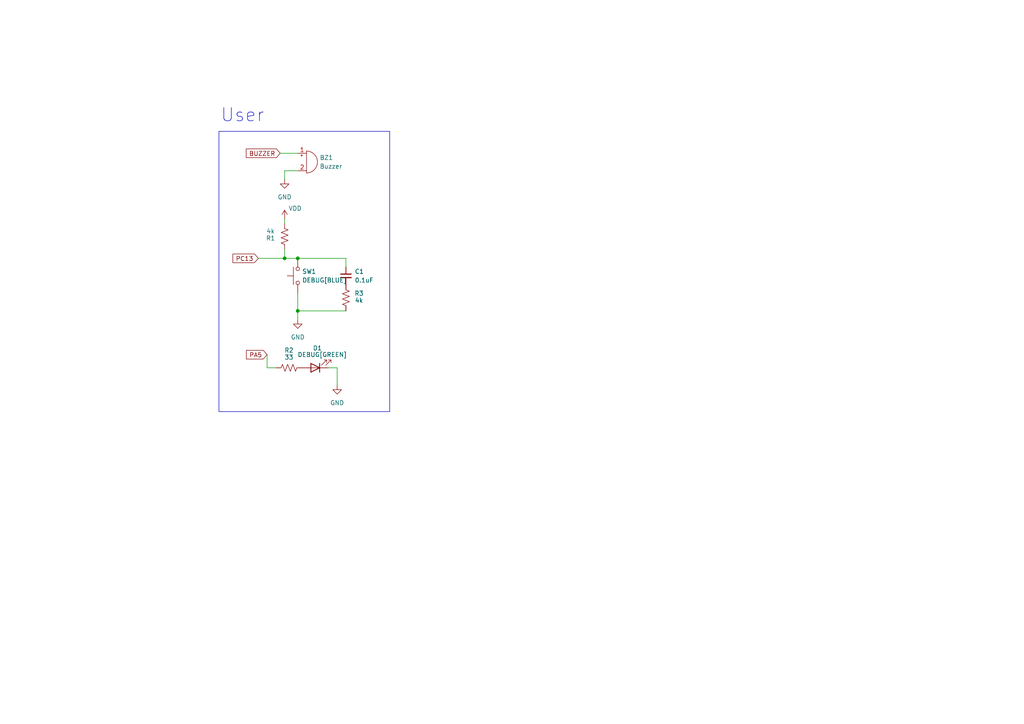
<source format=kicad_sch>
(kicad_sch (version 20231120) (generator "eeschema") (generator_version "8.0")
  (paper "A4")
  (lib_symbols
    (symbol "Device:Buzzer" (pin_names (offset 0.0254) hide)
      (property "Reference" "BZ" (at 3.81 1.27 0))
      (property "Value" "Buzzer" (at 3.81 -1.27 0))
      (symbol "Buzzer_0_1"
        (arc (start 0 -3.175) (mid 3.1612 0) (end 0 3.175))
        (polyline (pts (xy -1.651 1.905) (xy -1.143 1.905)))
        (polyline (pts (xy -1.397 2.159) (xy -1.397 1.651)))
        (polyline (pts (xy 0 3.175) (xy 0 -3.175)))
      )
      (symbol "Buzzer_1_1"
        (pin passive line (at -2.54 2.54 0) (length 2.54) (name "+") (number "1"))
        (pin passive line (at -2.54 -2.54 0) (length 2.54) (name "-") (number "2"))
      )
    )
    (symbol "Device:C_Small" (pin_numbers hide) (pin_names (offset 0.254) hide)
      (property "Reference" "C" (at 0.254 1.778 0))
      (property "Value" "C_Small" (at 0.254 -2.032 0))
      (symbol "C_Small_0_1"
        (polyline (pts (xy -1.524 -0.508) (xy 1.524 -0.508)) (stroke (width 0.3302)))
        (polyline (pts (xy -1.524 0.508) (xy 1.524 0.508)) (stroke (width 0.3048)))
      )
      (symbol "C_Small_1_1"
        (pin passive line (at 0 2.54 270) (length 2.032) (name "~") (number "1"))
        (pin passive line (at 0 -2.54 90) (length 2.032) (name "~") (number "2"))
      )
    )
    (symbol "Device:LED" (pin_numbers hide) (pin_names (offset 1.016) hide)
      (property "Reference" "D" (at 0 2.54 0))
      (property "Value" "LED" (at 0 -2.54 0))
      (symbol "LED_0_1"
        (polyline (pts (xy -1.27 -1.27) (xy -1.27 1.27)) (stroke (width 0.254)))
        (polyline (pts (xy -1.27 0) (xy 1.27 0)))
        (polyline (pts (xy 1.27 -1.27) (xy 1.27 1.27) (xy -1.27 0) (xy 1.27 -1.27)) (stroke (width 0.254)))
        (polyline (pts (xy -3.048 -0.762) (xy -4.572 -2.286) (xy -3.81 -2.286) (xy -4.572 -2.286) (xy -4.572 -1.524)))
        (polyline (pts (xy -1.778 -0.762) (xy -3.302 -2.286) (xy -2.54 -2.286) (xy -3.302 -2.286) (xy -3.302 -1.524)))
      )
      (symbol "LED_1_1"
        (pin passive line (at -3.81 0 0) (length 2.54) (name "K") (number "1"))
        (pin passive line (at 3.81 0 180) (length 2.54) (name "A") (number "2"))
      )
    )
    (symbol "Device:R_US" (pin_numbers hide) (pin_names (offset 0))
      (property "Reference" "R" (at 2.54 0 90))
      (property "Value" "R_US" (at -2.54 0 90))
      (symbol "R_US_0_1"
        (polyline (pts (xy 0 -2.286) (xy 0 -2.54)))
        (polyline (pts (xy 0 2.286) (xy 0 2.54)))
        (polyline (pts (xy 0 -0.762) (xy 1.016 -1.143) (xy 0 -1.524) (xy -1.016 -1.905) (xy 0 -2.286)))
        (polyline (pts (xy 0 0.762) (xy 1.016 0.381) (xy 0 0) (xy -1.016 -0.381) (xy 0 -0.762)))
        (polyline (pts (xy 0 2.286) (xy 1.016 1.905) (xy 0 1.524) (xy -1.016 1.143) (xy 0 0.762)))
      )
      (symbol "R_US_1_1"
        (pin passive line (at 0 3.81 270) (length 1.27) (name "~") (number "1"))
        (pin passive line (at 0 -3.81 90) (length 1.27) (name "~") (number "2"))
      )
    )
    (symbol "Switch:SW_Push" (pin_numbers hide) (pin_names (offset 1.016) hide)
      (property "Reference" "SW" (at 1.27 2.54 0))
      (property "Value" "SW_Push" (at 0 -1.524 0))
      (symbol "SW_Push_0_1"
        (circle (center -2.032 0) (radius 0.508))
        (polyline (pts (xy 0 1.27) (xy 0 3.048)))
        (polyline (pts (xy 2.54 1.27) (xy -2.54 1.27)))
        (circle (center 2.032 0) (radius 0.508))
        (pin passive line (at -5.08 0 0) (length 2.54) (name "1") (number "1"))
        (pin passive line (at 5.08 0 180) (length 2.54) (name "2") (number "2"))
      )
    )
    (symbol "power:GND" (power) (pin_numbers hide) (pin_names (offset 0) hide)
      (property "Value" "GND" (at 0 -3.81 0))
      (symbol "GND_0_1"
        (polyline (pts (xy 0 0) (xy 0 -1.27) (xy 1.27 -1.27) (xy 0 -2.54) (xy -1.27 -1.27) (xy 0 -1.27)))
      )
      (symbol "GND_1_1"
        (pin power_in line (at 0 0 270) (length 0) (name "~") (number "1"))
      )
    )
    (symbol "power:VDD" (power) (pin_numbers hide) (pin_names (offset 0) hide)
      (property "Value" "VDD" (at 0 3.556 0))
      (symbol "VDD_0_1"
        (polyline (pts (xy -0.762 1.27) (xy 0 2.54)))
        (polyline (pts (xy 0 0) (xy 0 2.54)))
        (polyline (pts (xy 0 2.54) (xy 0.762 1.27)))
      )
      (symbol "VDD_1_1"
        (pin power_in line (at 0 0 90) (length 0) (name "~") (number "1"))
      )
    )
  )
  (junction (at 82.55 74.93))
  (junction (at 86.36 74.93))
  (junction (at 86.36 90.17))
  (wire (pts (xy 82.55 72.39) (xy 82.55 74.93)))
  (wire (pts (xy 82.55 63.5) (xy 82.55 64.77)))
  (wire (pts (xy 97.79 106.68) (xy 97.79 111.76)))
  (wire (pts (xy 82.55 49.53) (xy 86.36 49.53)))
  (wire (pts (xy 77.47 102.87) (xy 77.47 106.68)))
  (wire (pts (xy 80.01 106.68) (xy 77.47 106.68)))
  (wire (pts (xy 100.33 74.93) (xy 100.33 77.47)))
  (wire (pts (xy 86.36 90.17) (xy 86.36 92.71)))
  (wire (pts (xy 86.36 90.17) (xy 100.33 90.17)))
  (wire (pts (xy 82.55 52.07) (xy 82.55 49.53)))
  (wire (pts (xy 74.93 74.93) (xy 82.55 74.93)))
  (wire (pts (xy 95.25 106.68) (xy 97.79 106.68)))
  (wire (pts (xy 86.36 90.17) (xy 86.36 85.09)))
  (wire (pts (xy 86.36 74.93) (xy 100.33 74.93)))
  (wire (pts (xy 82.55 74.93) (xy 86.36 74.93)))
  (wire (pts (xy 81.28 44.45) (xy 86.36 44.45)))
  (rectangle (start 63.5 38.1) (end 113.03 119.38))
  (text "User" (at 70.358 33.528 0) (effects (font (size 3.81 3.81))))
  (global_label "PC13" (shape input) (at 74.93 74.93 180) (property "Intersheetrefs" "${INTERSHEET_REFS}" (effects (hide yes))))
  (global_label "BUZZER" (shape input) (at 81.28 44.45 180) (property "Intersheetrefs" "${INTERSHEET_REFS}" (effects (hide yes))))
  (global_label "PA5" (shape input) (at 77.47 102.87 180) (property "Intersheetrefs" "${INTERSHEET_REFS}" (effects (hide yes))))
  (symbol (lib_id "Device:LED") (at 91.44 106.68 180) (unit 1)
    (property "Reference" "D1" (at 92.075 100.965 0))
    (property "Value" "DEBUG[GREEN]" (at 93.472 102.87 0))
    (property "Footprint" "LED_SMD:LED_0805_2012Metric" (effects (hide yes)))
    (property "Description" "Light emitting diode" (effects (hide yes)))
  )
  (symbol (lib_id "Device:Buzzer") (at 88.9 46.99 0) (unit 1)
    (property "Reference" "BZ1" (at 92.71 45.7199 0) (effects (justify left)))
    (property "Value" "Buzzer" (at 92.71 48.2599 0) (effects (justify left)))
    (property "Footprint" "Buzzer_Beeper:Buzzer_D14mm_H7mm_P10mm" (effects (hide yes)))
    (property "Description" "Buzzer, polarized" (effects (hide yes)))
  )
  (symbol (lib_id "Device:C_Small") (at 100.33 80.01 0) (unit 1)
    (property "Reference" "C1" (at 102.87 78.7462 0) (effects (justify left)))
    (property "Value" "0.1uF" (at 102.87 81.2862 0) (effects (justify left)))
    (property "Footprint" "Capacitor_SMD:C_0603_1608Metric" (effects (hide yes)))
    (property "Description" "Unpolarized capacitor, small symbol" (effects (hide yes)))
  )
  (symbol (lib_id "Device:R_US") (at 100.33 86.36 180) (unit 1)
    (property "Reference" "R3" (at 104.14 85.09 0))
    (property "Value" "4k" (at 104.14 87.122 0))
    (property "Footprint" "Resistor_SMD:R_0603_1608Metric" (effects (hide yes)))
    (property "Description" "Resistor, US symbol" (effects (hide yes)))
  )
  (symbol (lib_id "power:GND") (at 97.79 111.76 0) (unit 1)
    (property "Reference" "#PWR08" (effects (hide yes)))
    (property "Value" "GND" (at 97.79 116.84 0))
    (property "Description" "Power symbol creates a global label with name \"GND\" , ground" (effects (hide yes)))
  )
  (symbol (lib_id "Switch:SW_Push") (at 86.36 80.01 90) (unit 1)
    (property "Reference" "SW1" (at 87.63 78.7399 90) (effects (justify right)))
    (property "Value" "DEBUG[BLUE]" (at 87.63 81.2799 90) (effects (justify right)))
    (property "Footprint" "Button_Switch_THT:SW_PUSH_6mm_H9.5mm" (effects (hide yes)))
    (property "Description" "Push button switch, generic, two pins" (effects (hide yes)))
  )
  (symbol (lib_id "power:VDD") (at 82.55 63.5 0) (unit 1)
    (property "Reference" "#PWR06" (effects (hide yes)))
    (property "Value" "VDD" (at 85.598 60.452 0))
    (property "Description" "Power symbol creates a global label with name \"VDD\"" (effects (hide yes)))
  )
  (symbol (lib_id "Device:R_US") (at 83.82 106.68 270) (unit 1)
    (property "Reference" "R2" (at 83.82 101.6 90))
    (property "Value" "33" (at 83.82 103.632 90))
    (property "Footprint" "Resistor_SMD:R_0603_1608Metric" (effects (hide yes)))
    (property "Description" "Resistor, US symbol" (effects (hide yes)))
  )
  (symbol (lib_id "power:GND") (at 86.36 92.71 0) (unit 1)
    (property "Reference" "#PWR07" (effects (hide yes)))
    (property "Value" "GND" (at 86.36 97.79 0))
    (property "Description" "Power symbol creates a global label with name \"GND\" , ground" (effects (hide yes)))
  )
  (symbol (lib_id "power:GND") (at 82.55 52.07 0) (unit 1)
    (property "Reference" "#PWR05" (effects (hide yes)))
    (property "Value" "GND" (at 82.55 57.15 0))
    (property "Description" "Power symbol creates a global label with name \"GND\" , ground" (effects (hide yes)))
  )
  (symbol (lib_id "Device:R_US") (at 82.55 68.58 0) (unit 1)
    (property "Reference" "R1" (at 78.486 69.088 0))
    (property "Value" "4k" (at 78.486 67.056 0))
    (property "Footprint" "Resistor_SMD:R_0603_1608Metric" (effects (hide yes)))
    (property "Description" "Resistor, US symbol" (effects (hide yes)))
  )
)
</source>
